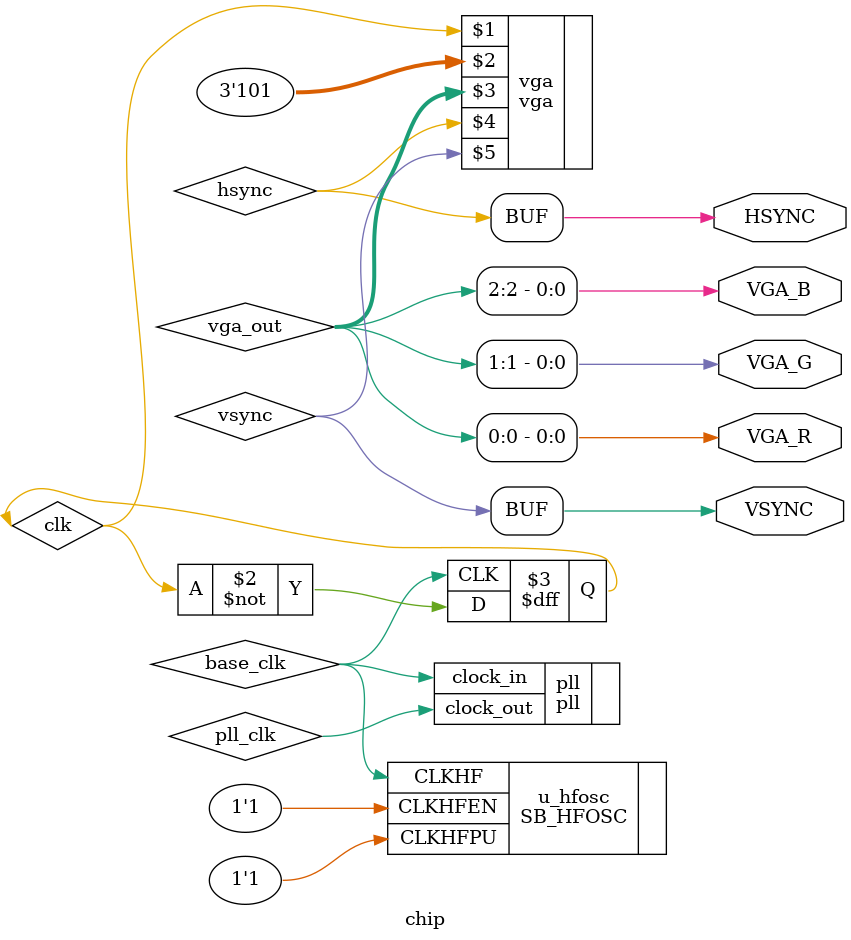
<source format=v>
module chip (
    output HSYNC,
    output VSYNC,
    output VGA_R,
    output VGA_G,
    output VGA_B
  );

  wire base_clk, pll_clk, hsync, vsync;
  wire [2:0] vga_out;

  SB_HFOSC u_hfosc (
		.CLKHFPU(1'b1),
		.CLKHFEN(1'b1),
		.CLKHF(base_clk)
	);

  pll pll (
    .clock_in(base_clk),
    .clock_out(pll_clk)
  );

  reg clk;
  always @(posedge base_clk) clk = ~clk;

  vga vga (clk, 3'b101, vga_out, hsync, vsync);

	assign VGA_R = vga_out[0];
	assign VGA_G = vga_out[1];
	assign VGA_B = vga_out[2];
  assign HSYNC = hsync;
  assign VSYNC = vsync;
endmodule

</source>
